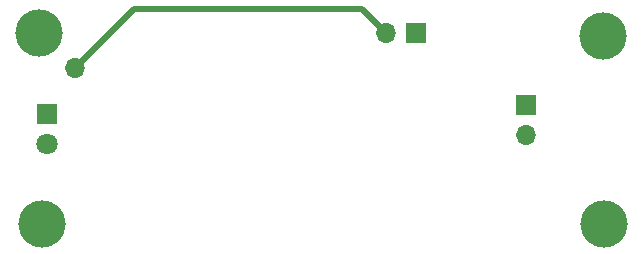
<source format=gbl>
G04 #@! TF.GenerationSoftware,KiCad,Pcbnew,(6.0.9)*
G04 #@! TF.CreationDate,2022-11-30T14:59:24+01:00*
G04 #@! TF.ProjectId,Sensor,53656e73-6f72-42e6-9b69-6361645f7063,rev?*
G04 #@! TF.SameCoordinates,Original*
G04 #@! TF.FileFunction,Copper,L2,Bot*
G04 #@! TF.FilePolarity,Positive*
%FSLAX46Y46*%
G04 Gerber Fmt 4.6, Leading zero omitted, Abs format (unit mm)*
G04 Created by KiCad (PCBNEW (6.0.9)) date 2022-11-30 14:59:24*
%MOMM*%
%LPD*%
G01*
G04 APERTURE LIST*
G04 #@! TA.AperFunction,ComponentPad*
%ADD10R,1.800000X1.800000*%
G04 #@! TD*
G04 #@! TA.AperFunction,ComponentPad*
%ADD11C,1.800000*%
G04 #@! TD*
G04 #@! TA.AperFunction,ComponentPad*
%ADD12O,1.700000X1.700000*%
G04 #@! TD*
G04 #@! TA.AperFunction,ComponentPad*
%ADD13R,1.700000X1.700000*%
G04 #@! TD*
G04 #@! TA.AperFunction,ViaPad*
%ADD14C,4.000000*%
G04 #@! TD*
G04 #@! TA.AperFunction,Conductor*
%ADD15C,0.500000*%
G04 #@! TD*
G04 APERTURE END LIST*
D10*
X114000000Y-90425000D03*
D11*
X114000000Y-92965000D03*
D12*
X116375000Y-86450000D03*
D13*
X154546472Y-89660000D03*
D12*
X154546472Y-92200000D03*
D13*
X145187500Y-83535000D03*
D12*
X142647500Y-83535000D03*
D14*
X161175000Y-99700000D03*
X161075000Y-83775000D03*
X113300000Y-83500000D03*
X113550000Y-99725000D03*
D15*
X121325000Y-81500000D02*
X116375000Y-86450000D01*
X140612500Y-81500000D02*
X121325000Y-81500000D01*
X142647500Y-83535000D02*
X140612500Y-81500000D01*
M02*

</source>
